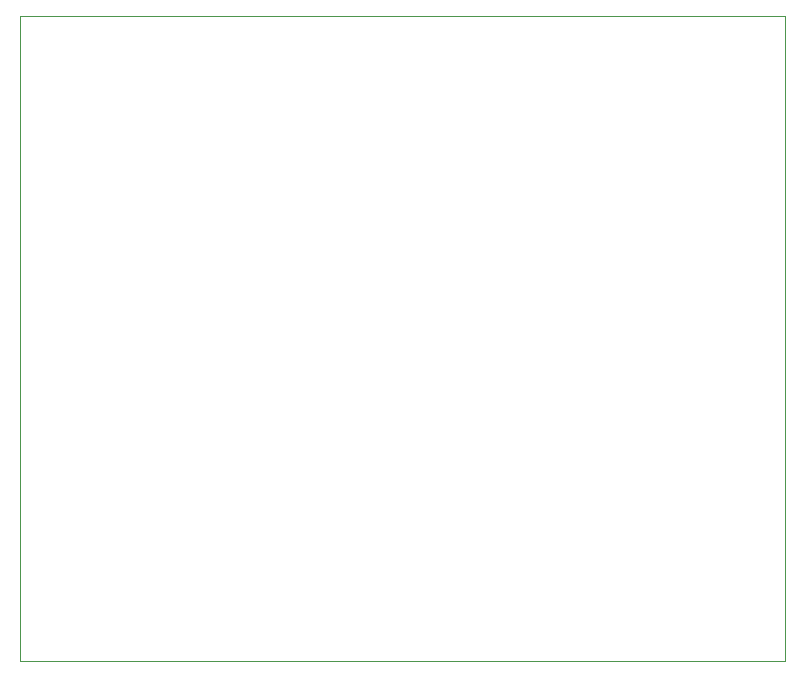
<source format=gm1>
%TF.GenerationSoftware,KiCad,Pcbnew,(6.0.1)*%
%TF.CreationDate,2023-10-20T16:16:52-04:00*%
%TF.ProjectId,MainMicro,4d61696e-4d69-4637-926f-2e6b69636164,rev?*%
%TF.SameCoordinates,Original*%
%TF.FileFunction,Profile,NP*%
%FSLAX46Y46*%
G04 Gerber Fmt 4.6, Leading zero omitted, Abs format (unit mm)*
G04 Created by KiCad (PCBNEW (6.0.1)) date 2023-10-20 16:16:52*
%MOMM*%
%LPD*%
G01*
G04 APERTURE LIST*
%TA.AperFunction,Profile*%
%ADD10C,0.100000*%
%TD*%
G04 APERTURE END LIST*
D10*
X147320000Y-66040000D02*
X212090000Y-66040000D01*
X212090000Y-66040000D02*
X212090000Y-120650000D01*
X147320000Y-120650000D02*
X147320000Y-66040000D01*
X212090000Y-120650000D02*
X147320000Y-120650000D01*
M02*

</source>
